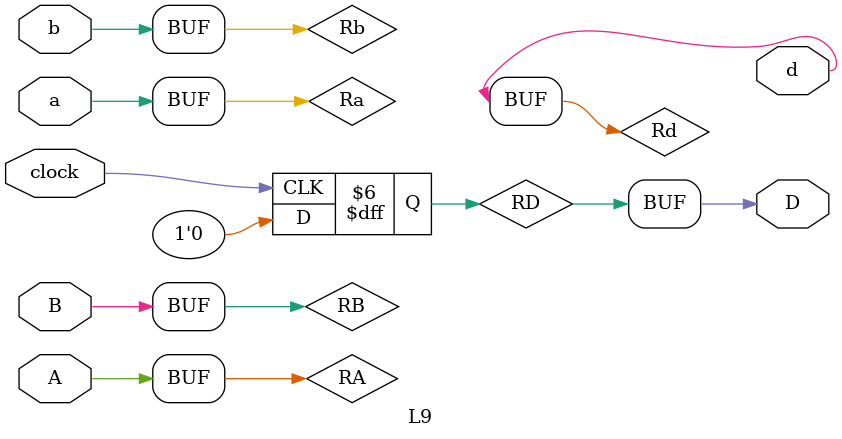
<source format=v>
module L9(input clock,a,b,A,B, output D,d);
reg RA,RB,RD,Ra,Rb,Rd; 

//parameter S0=1'd6, S1=1'd2; 
always @(posedge clock)
begin
$monitor ("RA=%d", RA);
    $monitor ("RB=%d", RB);
    $monitor ("RD=%d", RD);
    $monitor ("Ra=%d", Ra);
    $monitor ("Rb=%d", Rb);
    $monitor ("Rd=%d", Rd);
RA=1'b110;RB=1'b010;Ra=1'b110;Rb=1'b010;
#5 RA<=RA+RB;
RD<=RA;
Ra=Ra+Rb;
Rb=Ra;
end
assign A=RA;
assign B=RB;
assign D=RD;
assign a=Ra;
assign b=Rb;
assign d=Rd;

endmodule

</source>
